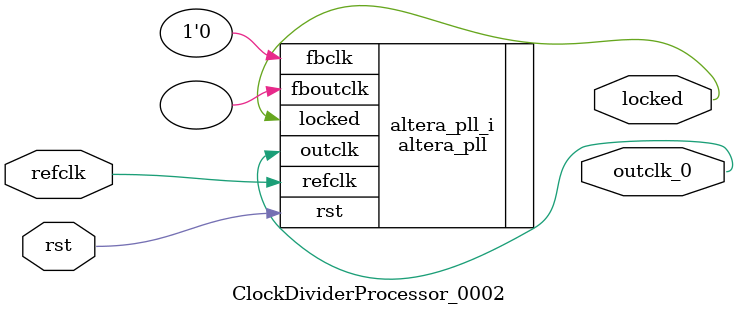
<source format=v>
`timescale 1ns/10ps
module  ClockDividerProcessor_0002(

	// interface 'refclk'
	input wire refclk,

	// interface 'reset'
	input wire rst,

	// interface 'outclk0'
	output wire outclk_0,

	// interface 'locked'
	output wire locked
);

	altera_pll #(
		.fractional_vco_multiplier("false"),
		.reference_clock_frequency("50.0 MHz"),
		.operation_mode("direct"),
		.number_of_clocks(1),
		.output_clock_frequency0("5.000000 MHz"),
		.phase_shift0("0 ps"),
		.duty_cycle0(50),
		.output_clock_frequency1("0 MHz"),
		.phase_shift1("0 ps"),
		.duty_cycle1(50),
		.output_clock_frequency2("0 MHz"),
		.phase_shift2("0 ps"),
		.duty_cycle2(50),
		.output_clock_frequency3("0 MHz"),
		.phase_shift3("0 ps"),
		.duty_cycle3(50),
		.output_clock_frequency4("0 MHz"),
		.phase_shift4("0 ps"),
		.duty_cycle4(50),
		.output_clock_frequency5("0 MHz"),
		.phase_shift5("0 ps"),
		.duty_cycle5(50),
		.output_clock_frequency6("0 MHz"),
		.phase_shift6("0 ps"),
		.duty_cycle6(50),
		.output_clock_frequency7("0 MHz"),
		.phase_shift7("0 ps"),
		.duty_cycle7(50),
		.output_clock_frequency8("0 MHz"),
		.phase_shift8("0 ps"),
		.duty_cycle8(50),
		.output_clock_frequency9("0 MHz"),
		.phase_shift9("0 ps"),
		.duty_cycle9(50),
		.output_clock_frequency10("0 MHz"),
		.phase_shift10("0 ps"),
		.duty_cycle10(50),
		.output_clock_frequency11("0 MHz"),
		.phase_shift11("0 ps"),
		.duty_cycle11(50),
		.output_clock_frequency12("0 MHz"),
		.phase_shift12("0 ps"),
		.duty_cycle12(50),
		.output_clock_frequency13("0 MHz"),
		.phase_shift13("0 ps"),
		.duty_cycle13(50),
		.output_clock_frequency14("0 MHz"),
		.phase_shift14("0 ps"),
		.duty_cycle14(50),
		.output_clock_frequency15("0 MHz"),
		.phase_shift15("0 ps"),
		.duty_cycle15(50),
		.output_clock_frequency16("0 MHz"),
		.phase_shift16("0 ps"),
		.duty_cycle16(50),
		.output_clock_frequency17("0 MHz"),
		.phase_shift17("0 ps"),
		.duty_cycle17(50),
		.pll_type("General"),
		.pll_subtype("General")
	) altera_pll_i (
		.rst	(rst),
		.outclk	({outclk_0}),
		.locked	(locked),
		.fboutclk	( ),
		.fbclk	(1'b0),
		.refclk	(refclk)
	);
endmodule


</source>
